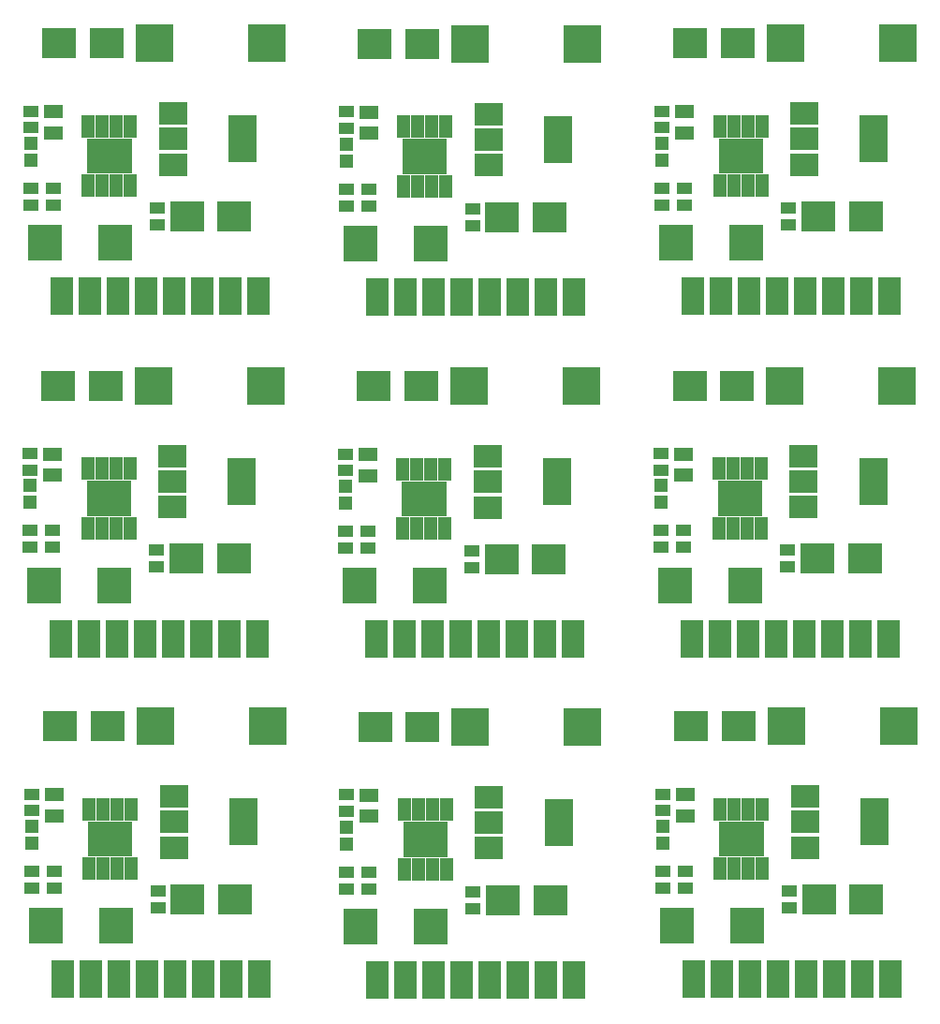
<source format=gts>
G04 #@! TF.FileFunction,Soldermask,Top*
%FSLAX46Y46*%
G04 Gerber Fmt 4.6, Leading zero omitted, Abs format (unit mm)*
G04 Created by KiCad (PCBNEW 4.0.5+dfsg1-4) date Wed Nov 21 21:13:56 2018*
%MOMM*%
%LPD*%
G01*
G04 APERTURE LIST*
%ADD10C,0.150000*%
%ADD11R,1.808000X1.208000*%
%ADD12R,1.158000X2.008000*%
%ADD13R,2.308000X1.858000*%
%ADD14R,1.408000X1.008000*%
%ADD15R,3.507740X3.507740*%
%ADD16R,3.008000X2.808000*%
%ADD17R,1.258000X1.308000*%
%ADD18R,3.058000X3.208000*%
%ADD19R,2.508000X4.308000*%
%ADD20R,2.508000X2.008000*%
%ADD21R,2.032000X3.508000*%
G04 APERTURE END LIST*
D10*
D11*
X161925000Y-132204500D03*
X161925000Y-130304500D03*
D12*
X168910000Y-131602500D03*
X167640000Y-131602500D03*
X166370000Y-131602500D03*
X165100000Y-131602500D03*
X165100000Y-137002500D03*
X166370000Y-137002500D03*
X167640000Y-137002500D03*
X168910000Y-137002500D03*
D13*
X166105000Y-134977500D03*
X167905000Y-134977500D03*
X166105000Y-133627500D03*
X167905000Y-133627500D03*
D14*
X171323000Y-140513500D03*
X171323000Y-139013500D03*
X161925000Y-138735500D03*
X161925000Y-137235500D03*
X159893000Y-137235500D03*
X159893000Y-138735500D03*
X159893000Y-131750500D03*
X159893000Y-130250500D03*
D15*
X171069000Y-124142500D03*
X181229000Y-124142500D03*
D16*
X173999000Y-139763500D03*
X178299000Y-139763500D03*
X166742000Y-124142500D03*
X162442000Y-124142500D03*
D17*
X159893000Y-133171500D03*
X159893000Y-134671500D03*
D18*
X167513000Y-142176500D03*
X161163000Y-142176500D03*
D19*
X179045000Y-132778500D03*
D20*
X172745000Y-132778500D03*
X172745000Y-135078500D03*
X172745000Y-130478500D03*
D11*
X133350000Y-132268000D03*
X133350000Y-130368000D03*
D12*
X140335000Y-131666000D03*
X139065000Y-131666000D03*
X137795000Y-131666000D03*
X136525000Y-131666000D03*
X136525000Y-137066000D03*
X137795000Y-137066000D03*
X139065000Y-137066000D03*
X140335000Y-137066000D03*
D13*
X137530000Y-135041000D03*
X139330000Y-135041000D03*
X137530000Y-133691000D03*
X139330000Y-133691000D03*
D14*
X142748000Y-140577000D03*
X142748000Y-139077000D03*
X133350000Y-138799000D03*
X133350000Y-137299000D03*
X131318000Y-137299000D03*
X131318000Y-138799000D03*
X131318000Y-131814000D03*
X131318000Y-130314000D03*
D15*
X142494000Y-124206000D03*
X152654000Y-124206000D03*
D16*
X145424000Y-139827000D03*
X149724000Y-139827000D03*
X138167000Y-124206000D03*
X133867000Y-124206000D03*
D17*
X131318000Y-133235000D03*
X131318000Y-134735000D03*
D18*
X138938000Y-142240000D03*
X132588000Y-142240000D03*
D19*
X150470000Y-132842000D03*
D20*
X144170000Y-132842000D03*
X144170000Y-135142000D03*
X144170000Y-130542000D03*
D11*
X104838500Y-132204500D03*
X104838500Y-130304500D03*
D12*
X111823500Y-131602500D03*
X110553500Y-131602500D03*
X109283500Y-131602500D03*
X108013500Y-131602500D03*
X108013500Y-137002500D03*
X109283500Y-137002500D03*
X110553500Y-137002500D03*
X111823500Y-137002500D03*
D13*
X109018500Y-134977500D03*
X110818500Y-134977500D03*
X109018500Y-133627500D03*
X110818500Y-133627500D03*
D14*
X114236500Y-140513500D03*
X114236500Y-139013500D03*
X104838500Y-138735500D03*
X104838500Y-137235500D03*
X102806500Y-137235500D03*
X102806500Y-138735500D03*
X102806500Y-131750500D03*
X102806500Y-130250500D03*
D15*
X113982500Y-124142500D03*
X124142500Y-124142500D03*
D16*
X116912500Y-139763500D03*
X121212500Y-139763500D03*
X109655500Y-124142500D03*
X105355500Y-124142500D03*
D17*
X102806500Y-133171500D03*
X102806500Y-134671500D03*
D18*
X110426500Y-142176500D03*
X104076500Y-142176500D03*
D19*
X121958500Y-132778500D03*
D20*
X115658500Y-132778500D03*
X115658500Y-135078500D03*
X115658500Y-130478500D03*
D19*
X121831500Y-101981000D03*
D20*
X115531500Y-101981000D03*
X115531500Y-104281000D03*
X115531500Y-99681000D03*
D18*
X110299500Y-111379000D03*
X103949500Y-111379000D03*
D17*
X102679500Y-102374000D03*
X102679500Y-103874000D03*
D16*
X109528500Y-93345000D03*
X105228500Y-93345000D03*
X116785500Y-108966000D03*
X121085500Y-108966000D03*
D15*
X113855500Y-93345000D03*
X124015500Y-93345000D03*
D14*
X102679500Y-100953000D03*
X102679500Y-99453000D03*
X102679500Y-106438000D03*
X102679500Y-107938000D03*
X104711500Y-107938000D03*
X104711500Y-106438000D03*
X114109500Y-109716000D03*
X114109500Y-108216000D03*
D12*
X111696500Y-100805000D03*
X110426500Y-100805000D03*
X109156500Y-100805000D03*
X107886500Y-100805000D03*
X107886500Y-106205000D03*
X109156500Y-106205000D03*
X110426500Y-106205000D03*
X111696500Y-106205000D03*
D13*
X108891500Y-104180000D03*
X110691500Y-104180000D03*
X108891500Y-102830000D03*
X110691500Y-102830000D03*
D11*
X104711500Y-101407000D03*
X104711500Y-99507000D03*
D19*
X150343000Y-102044500D03*
D20*
X144043000Y-102044500D03*
X144043000Y-104344500D03*
X144043000Y-99744500D03*
D18*
X138811000Y-111442500D03*
X132461000Y-111442500D03*
D17*
X131191000Y-102437500D03*
X131191000Y-103937500D03*
D16*
X138040000Y-93408500D03*
X133740000Y-93408500D03*
X145297000Y-109029500D03*
X149597000Y-109029500D03*
D15*
X142367000Y-93408500D03*
X152527000Y-93408500D03*
D14*
X131191000Y-101016500D03*
X131191000Y-99516500D03*
X131191000Y-106501500D03*
X131191000Y-108001500D03*
X133223000Y-108001500D03*
X133223000Y-106501500D03*
X142621000Y-109779500D03*
X142621000Y-108279500D03*
D12*
X140208000Y-100868500D03*
X138938000Y-100868500D03*
X137668000Y-100868500D03*
X136398000Y-100868500D03*
X136398000Y-106268500D03*
X137668000Y-106268500D03*
X138938000Y-106268500D03*
X140208000Y-106268500D03*
D13*
X137403000Y-104243500D03*
X139203000Y-104243500D03*
X137403000Y-102893500D03*
X139203000Y-102893500D03*
D11*
X133223000Y-101470500D03*
X133223000Y-99570500D03*
D19*
X178918000Y-101981000D03*
D20*
X172618000Y-101981000D03*
X172618000Y-104281000D03*
X172618000Y-99681000D03*
D18*
X167386000Y-111379000D03*
X161036000Y-111379000D03*
D17*
X159766000Y-102374000D03*
X159766000Y-103874000D03*
D16*
X166615000Y-93345000D03*
X162315000Y-93345000D03*
X173872000Y-108966000D03*
X178172000Y-108966000D03*
D15*
X170942000Y-93345000D03*
X181102000Y-93345000D03*
D14*
X159766000Y-100953000D03*
X159766000Y-99453000D03*
X159766000Y-106438000D03*
X159766000Y-107938000D03*
X161798000Y-107938000D03*
X161798000Y-106438000D03*
X171196000Y-109716000D03*
X171196000Y-108216000D03*
D12*
X168783000Y-100805000D03*
X167513000Y-100805000D03*
X166243000Y-100805000D03*
X164973000Y-100805000D03*
X164973000Y-106205000D03*
X166243000Y-106205000D03*
X167513000Y-106205000D03*
X168783000Y-106205000D03*
D13*
X165978000Y-104180000D03*
X167778000Y-104180000D03*
X165978000Y-102830000D03*
X167778000Y-102830000D03*
D11*
X161798000Y-101407000D03*
X161798000Y-99507000D03*
X161861500Y-70482500D03*
X161861500Y-68582500D03*
D12*
X168846500Y-69880500D03*
X167576500Y-69880500D03*
X166306500Y-69880500D03*
X165036500Y-69880500D03*
X165036500Y-75280500D03*
X166306500Y-75280500D03*
X167576500Y-75280500D03*
X168846500Y-75280500D03*
D13*
X166041500Y-73255500D03*
X167841500Y-73255500D03*
X166041500Y-71905500D03*
X167841500Y-71905500D03*
D14*
X171259500Y-78791500D03*
X171259500Y-77291500D03*
X161861500Y-77013500D03*
X161861500Y-75513500D03*
X159829500Y-75513500D03*
X159829500Y-77013500D03*
X159829500Y-70028500D03*
X159829500Y-68528500D03*
D15*
X171005500Y-62420500D03*
X181165500Y-62420500D03*
D16*
X173935500Y-78041500D03*
X178235500Y-78041500D03*
X166678500Y-62420500D03*
X162378500Y-62420500D03*
D17*
X159829500Y-71449500D03*
X159829500Y-72949500D03*
D18*
X167449500Y-80454500D03*
X161099500Y-80454500D03*
D19*
X178981500Y-71056500D03*
D20*
X172681500Y-71056500D03*
X172681500Y-73356500D03*
X172681500Y-68756500D03*
D11*
X133286500Y-70546000D03*
X133286500Y-68646000D03*
D12*
X140271500Y-69944000D03*
X139001500Y-69944000D03*
X137731500Y-69944000D03*
X136461500Y-69944000D03*
X136461500Y-75344000D03*
X137731500Y-75344000D03*
X139001500Y-75344000D03*
X140271500Y-75344000D03*
D13*
X137466500Y-73319000D03*
X139266500Y-73319000D03*
X137466500Y-71969000D03*
X139266500Y-71969000D03*
D14*
X142684500Y-78855000D03*
X142684500Y-77355000D03*
X133286500Y-77077000D03*
X133286500Y-75577000D03*
X131254500Y-75577000D03*
X131254500Y-77077000D03*
X131254500Y-70092000D03*
X131254500Y-68592000D03*
D15*
X142430500Y-62484000D03*
X152590500Y-62484000D03*
D16*
X145360500Y-78105000D03*
X149660500Y-78105000D03*
X138103500Y-62484000D03*
X133803500Y-62484000D03*
D17*
X131254500Y-71513000D03*
X131254500Y-73013000D03*
D18*
X138874500Y-80518000D03*
X132524500Y-80518000D03*
D19*
X150406500Y-71120000D03*
D20*
X144106500Y-71120000D03*
X144106500Y-73420000D03*
X144106500Y-68820000D03*
D11*
X104775000Y-70482500D03*
X104775000Y-68582500D03*
D12*
X111760000Y-69880500D03*
X110490000Y-69880500D03*
X109220000Y-69880500D03*
X107950000Y-69880500D03*
X107950000Y-75280500D03*
X109220000Y-75280500D03*
X110490000Y-75280500D03*
X111760000Y-75280500D03*
D13*
X108955000Y-73255500D03*
X110755000Y-73255500D03*
X108955000Y-71905500D03*
X110755000Y-71905500D03*
D14*
X114173000Y-78791500D03*
X114173000Y-77291500D03*
X104775000Y-77013500D03*
X104775000Y-75513500D03*
X102743000Y-75513500D03*
X102743000Y-77013500D03*
X102743000Y-70028500D03*
X102743000Y-68528500D03*
D15*
X113919000Y-62420500D03*
X124079000Y-62420500D03*
D16*
X116849000Y-78041500D03*
X121149000Y-78041500D03*
X109592000Y-62420500D03*
X105292000Y-62420500D03*
D17*
X102743000Y-71449500D03*
X102743000Y-72949500D03*
D18*
X110363000Y-80454500D03*
X104013000Y-80454500D03*
D19*
X121895000Y-71056500D03*
D20*
X115595000Y-71056500D03*
X115595000Y-73356500D03*
X115595000Y-68756500D03*
D21*
X134048500Y-85344000D03*
X136588500Y-85344000D03*
X139128500Y-85344000D03*
X144208500Y-85344000D03*
X146748500Y-85344000D03*
X141668500Y-85344000D03*
X149288500Y-85344000D03*
X151828500Y-85344000D03*
X162623500Y-85280500D03*
X165163500Y-85280500D03*
X167703500Y-85280500D03*
X172783500Y-85280500D03*
X175323500Y-85280500D03*
X170243500Y-85280500D03*
X177863500Y-85280500D03*
X180403500Y-85280500D03*
X162560000Y-116205000D03*
X165100000Y-116205000D03*
X167640000Y-116205000D03*
X172720000Y-116205000D03*
X175260000Y-116205000D03*
X170180000Y-116205000D03*
X177800000Y-116205000D03*
X180340000Y-116205000D03*
X133985000Y-116268500D03*
X136525000Y-116268500D03*
X139065000Y-116268500D03*
X144145000Y-116268500D03*
X146685000Y-116268500D03*
X141605000Y-116268500D03*
X149225000Y-116268500D03*
X151765000Y-116268500D03*
X105473500Y-116205000D03*
X108013500Y-116205000D03*
X110553500Y-116205000D03*
X115633500Y-116205000D03*
X118173500Y-116205000D03*
X113093500Y-116205000D03*
X120713500Y-116205000D03*
X123253500Y-116205000D03*
X105600500Y-147002500D03*
X108140500Y-147002500D03*
X110680500Y-147002500D03*
X115760500Y-147002500D03*
X118300500Y-147002500D03*
X113220500Y-147002500D03*
X120840500Y-147002500D03*
X123380500Y-147002500D03*
X134112000Y-147066000D03*
X136652000Y-147066000D03*
X139192000Y-147066000D03*
X144272000Y-147066000D03*
X146812000Y-147066000D03*
X141732000Y-147066000D03*
X149352000Y-147066000D03*
X151892000Y-147066000D03*
X162687000Y-147002500D03*
X165227000Y-147002500D03*
X167767000Y-147002500D03*
X172847000Y-147002500D03*
X175387000Y-147002500D03*
X170307000Y-147002500D03*
X177927000Y-147002500D03*
X180467000Y-147002500D03*
X105537000Y-85280500D03*
X108077000Y-85280500D03*
X110617000Y-85280500D03*
X115697000Y-85280500D03*
X118237000Y-85280500D03*
X113157000Y-85280500D03*
X120777000Y-85280500D03*
X123317000Y-85280500D03*
M02*

</source>
